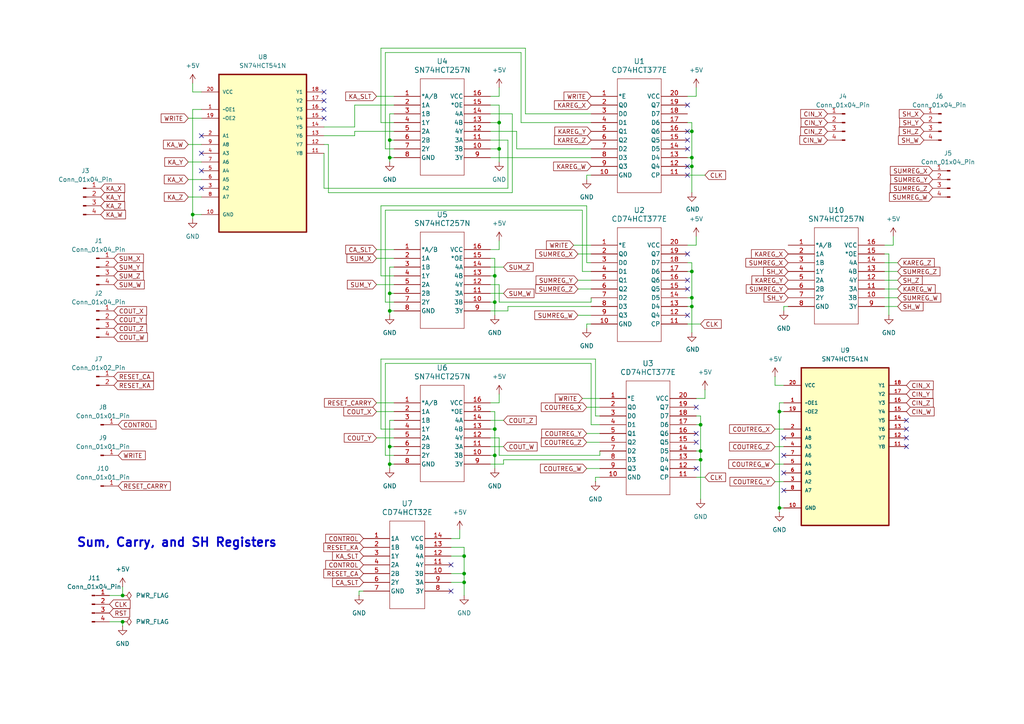
<source format=kicad_sch>
(kicad_sch (version 20231120) (generator "eeschema") (generator_version "8.0")
  (paper "A4")
  (lib_symbols
    (symbol "0_registers:CD74HCT32E" (pin_names (offset 0.254))
      (property "Reference" "U" (at 27.94 10.16 0))
      (property "Value" "CD74HCT32E" (at 27.94 7.62 0))
      (symbol "CD74HCT32E_0_1"
        (polyline (pts (xy 21.59 -20.32) (xy 31.75 -20.32)) (stroke (width 0.127)))
        (polyline (pts (xy 21.59 5.08) (xy 21.59 -20.32)) (stroke (width 0.127)))
        (polyline (pts (xy 31.75 -20.32) (xy 31.75 5.08)) (stroke (width 0.127)))
        (polyline (pts (xy 31.75 5.08) (xy 21.59 5.08)) (stroke (width 0.127)))
        (pin input line (at 13.97 0 0) (length 7.62) (name "1A") (number "1"))
        (pin input line (at 39.37 -10.16 180) (length 7.62) (name "3B") (number "10"))
        (pin output line (at 39.37 -7.62 180) (length 7.62) (name "4Y") (number "11"))
        (pin input line (at 39.37 -5.08 180) (length 7.62) (name "4A") (number "12"))
        (pin input line (at 39.37 -2.54 180) (length 7.62) (name "4B") (number "13"))
        (pin power_in line (at 39.37 0 180) (length 7.62) (name "VCC") (number "14"))
        (pin input line (at 13.97 -2.54 0) (length 7.62) (name "1B") (number "2"))
        (pin output line (at 13.97 -5.08 0) (length 7.62) (name "1Y") (number "3"))
        (pin input line (at 13.97 -7.62 0) (length 7.62) (name "2A") (number "4"))
        (pin input line (at 13.97 -10.16 0) (length 7.62) (name "2B") (number "5"))
        (pin output line (at 13.97 -12.7 0) (length 7.62) (name "2Y") (number "6"))
        (pin power_in line (at 13.97 -15.24 0) (length 7.62) (name "GND") (number "7"))
        (pin output line (at 39.37 -15.24 180) (length 7.62) (name "3Y") (number "8"))
        (pin input line (at 39.37 -12.7 180) (length 7.62) (name "3A") (number "9"))
      )
    )
    (symbol "0_registers:CD74HCT377E" (pin_names (offset 0.254))
      (property "Reference" "U" (at 27.94 10.16 0))
      (property "Value" "CD74HCT377E" (at 27.94 7.62 0))
      (symbol "CD74HCT377E_0_1"
        (polyline (pts (xy 20.32 -27.94) (xy 33.02 -27.94)) (stroke (width 0.127)))
        (polyline (pts (xy 20.32 5.08) (xy 20.32 -27.94)) (stroke (width 0.127)))
        (polyline (pts (xy 33.02 -27.94) (xy 33.02 5.08)) (stroke (width 0.127)))
        (polyline (pts (xy 33.02 5.08) (xy 20.32 5.08)) (stroke (width 0.127)))
        (pin input line (at 12.7 0 0) (length 7.62) (name "*E") (number "1"))
        (pin power_in line (at 12.7 -22.86 0) (length 7.62) (name "GND") (number "10"))
        (pin input line (at 40.64 -22.86 180) (length 7.62) (name "CP") (number "11"))
        (pin output line (at 40.64 -20.32 180) (length 7.62) (name "Q4") (number "12"))
        (pin input line (at 40.64 -17.78 180) (length 7.62) (name "D4") (number "13"))
        (pin input line (at 40.64 -15.24 180) (length 7.62) (name "D5") (number "14"))
        (pin output line (at 40.64 -12.7 180) (length 7.62) (name "Q5") (number "15"))
        (pin output line (at 40.64 -10.16 180) (length 7.62) (name "Q6") (number "16"))
        (pin input line (at 40.64 -7.62 180) (length 7.62) (name "D6") (number "17"))
        (pin input line (at 40.64 -5.08 180) (length 7.62) (name "D7") (number "18"))
        (pin output line (at 40.64 -2.54 180) (length 7.62) (name "Q7") (number "19"))
        (pin output line (at 12.7 -2.54 0) (length 7.62) (name "Q0") (number "2"))
        (pin power_in line (at 40.64 0 180) (length 7.62) (name "VCC") (number "20"))
        (pin input line (at 12.7 -5.08 0) (length 7.62) (name "D0") (number "3"))
        (pin input line (at 12.7 -7.62 0) (length 7.62) (name "D1") (number "4"))
        (pin output line (at 12.7 -10.16 0) (length 7.62) (name "Q1") (number "5"))
        (pin output line (at 12.7 -12.7 0) (length 7.62) (name "Q2") (number "6"))
        (pin input line (at 12.7 -15.24 0) (length 7.62) (name "D2") (number "7"))
        (pin input line (at 12.7 -17.78 0) (length 7.62) (name "D3") (number "8"))
        (pin output line (at 12.7 -20.32 0) (length 7.62) (name "Q3") (number "9"))
      )
    )
    (symbol "0_registers:SN74HCT257N" (pin_names (offset 0.254))
      (property "Reference" "U" (at 27.94 10.16 0))
      (property "Value" "SN74HCT257N" (at 27.94 7.62 0))
      (symbol "SN74HCT257N_0_1"
        (polyline (pts (xy 20.32 -22.86) (xy 33.02 -22.86)) (stroke (width 0.127)))
        (polyline (pts (xy 20.32 5.08) (xy 20.32 -22.86)) (stroke (width 0.127)))
        (polyline (pts (xy 33.02 -22.86) (xy 33.02 5.08)) (stroke (width 0.127)))
        (polyline (pts (xy 33.02 5.08) (xy 20.32 5.08)) (stroke (width 0.127)))
        (pin input line (at 12.7 0 0) (length 7.62) (name "*A/B") (number "1"))
        (pin input line (at 40.64 -15.24 180) (length 7.62) (name "3B") (number "10"))
        (pin input line (at 40.64 -12.7 180) (length 7.62) (name "3A") (number "11"))
        (pin output line (at 40.64 -10.16 180) (length 7.62) (name "4Y") (number "12"))
        (pin input line (at 40.64 -7.62 180) (length 7.62) (name "4B") (number "13"))
        (pin input line (at 40.64 -5.08 180) (length 7.62) (name "4A") (number "14"))
        (pin input line (at 40.64 -2.54 180) (length 7.62) (name "*OE") (number "15"))
        (pin power_in line (at 40.64 0 180) (length 7.62) (name "VCC") (number "16"))
        (pin input line (at 12.7 -2.54 0) (length 7.62) (name "1A") (number "2"))
        (pin input line (at 12.7 -5.08 0) (length 7.62) (name "1B") (number "3"))
        (pin output line (at 12.7 -7.62 0) (length 7.62) (name "1Y") (number "4"))
        (pin input line (at 12.7 -10.16 0) (length 7.62) (name "2A") (number "5"))
        (pin input line (at 12.7 -12.7 0) (length 7.62) (name "2B") (number "6"))
        (pin output line (at 12.7 -15.24 0) (length 7.62) (name "2Y") (number "7"))
        (pin power_in line (at 12.7 -17.78 0) (length 7.62) (name "GND") (number "8"))
        (pin output line (at 40.64 -17.78 180) (length 7.62) (name "3Y") (number "9"))
      )
    )
    (symbol "0_registers:SN74HCT541N" (pin_names (offset 1.016))
      (property "Reference" "U" (at -4.9784 22.5044 0))
      (property "Value" "SN74HCT541N" (at -5.8166 -28.0924 0))
      (symbol "SN74HCT541N_0_0"
        (rectangle (start -12.7 -25.4) (end 12.7 20.32) (stroke (width 0.4064)) (fill (type background)))
        (pin input line (at -17.78 10.16 0) (length 5.08) (name "~OE1") (number "1"))
        (pin passive line (at -17.78 -20.32 0) (length 5.08) (name "GND") (number "10"))
        (pin output line (at 17.78 -2.54 180) (length 5.08) (name "Y8") (number "11"))
        (pin output line (at 17.78 0 180) (length 5.08) (name "Y7") (number "12"))
        (pin output line (at 17.78 2.54 180) (length 5.08) (name "Y6") (number "13"))
        (pin output line (at 17.78 5.08 180) (length 5.08) (name "Y5") (number "14"))
        (pin output line (at 17.78 7.62 180) (length 5.08) (name "Y4") (number "15"))
        (pin output line (at 17.78 10.16 180) (length 5.08) (name "Y3") (number "16"))
        (pin output line (at 17.78 12.7 180) (length 5.08) (name "Y2") (number "17"))
        (pin output line (at 17.78 15.24 180) (length 5.08) (name "Y1") (number "18"))
        (pin input line (at -17.78 7.62 0) (length 5.08) (name "~OE2") (number "19"))
        (pin input line (at -17.78 2.54 0) (length 5.08) (name "A1") (number "2"))
        (pin power_in line (at -17.78 15.24 0) (length 5.08) (name "VCC") (number "20"))
        (pin input line (at -17.78 -12.7 0) (length 5.08) (name "A2") (number "3"))
        (pin input line (at -17.78 -2.54 0) (length 5.08) (name "A3") (number "4"))
        (pin input line (at -17.78 -7.62 0) (length 5.08) (name "A4") (number "5"))
        (pin input line (at -17.78 -10.16 0) (length 5.08) (name "A5") (number "6"))
        (pin input line (at -17.78 -5.08 0) (length 5.08) (name "A6") (number "7"))
        (pin input line (at -17.78 -15.24 0) (length 5.08) (name "A7") (number "8"))
        (pin input line (at -17.78 0 0) (length 5.08) (name "A8") (number "9"))
      )
    )
    (symbol "Connector:Conn_01x01_Pin" (pin_names (offset 1.016) hide)
      (property "Reference" "J" (at 0 2.54 0))
      (property "Value" "Conn_01x01_Pin" (at 0 -2.54 0))
      (symbol "Conn_01x01_Pin_1_1"
        (polyline (pts (xy 1.27 0) (xy 0.8636 0)) (stroke (width 0.1524)))
        (rectangle (start 0.8636 0.127) (end 0 -0.127) (stroke (width 0.1524)) (fill (type outline)))
        (pin passive line (at 5.08 0 180) (length 3.81) (name "Pin_1") (number "1"))
      )
    )
    (symbol "Connector:Conn_01x02_Pin" (pin_names (offset 1.016) hide)
      (property "Reference" "J" (at 0 2.54 0))
      (property "Value" "Conn_01x02_Pin" (at 0 -5.08 0))
      (symbol "Conn_01x02_Pin_1_1"
        (polyline (pts (xy 1.27 -2.54) (xy 0.8636 -2.54)) (stroke (width 0.1524)))
        (polyline (pts (xy 1.27 0) (xy 0.8636 0)) (stroke (width 0.1524)))
        (rectangle (start 0.8636 -2.413) (end 0 -2.667) (stroke (width 0.1524)) (fill (type outline)))
        (rectangle (start 0.8636 0.127) (end 0 -0.127) (stroke (width 0.1524)) (fill (type outline)))
        (pin passive line (at 5.08 0 180) (length 3.81) (name "Pin_1") (number "1"))
        (pin passive line (at 5.08 -2.54 180) (length 3.81) (name "Pin_2") (number "2"))
      )
    )
    (symbol "Connector:Conn_01x04_Pin" (pin_names (offset 1.016) hide)
      (property "Reference" "J" (at 0 5.08 0))
      (property "Value" "Conn_01x04_Pin" (at 0 -7.62 0))
      (symbol "Conn_01x04_Pin_1_1"
        (polyline (pts (xy 1.27 -5.08) (xy 0.8636 -5.08)) (stroke (width 0.1524)))
        (polyline (pts (xy 1.27 -2.54) (xy 0.8636 -2.54)) (stroke (width 0.1524)))
        (polyline (pts (xy 1.27 0) (xy 0.8636 0)) (stroke (width 0.1524)))
        (polyline (pts (xy 1.27 2.54) (xy 0.8636 2.54)) (stroke (width 0.1524)))
        (rectangle (start 0.8636 -4.953) (end 0 -5.207) (stroke (width 0.1524)) (fill (type outline)))
        (rectangle (start 0.8636 -2.413) (end 0 -2.667) (stroke (width 0.1524)) (fill (type outline)))
        (rectangle (start 0.8636 0.127) (end 0 -0.127) (stroke (width 0.1524)) (fill (type outline)))
        (rectangle (start 0.8636 2.667) (end 0 2.413) (stroke (width 0.1524)) (fill (type outline)))
        (pin passive line (at 5.08 2.54 180) (length 3.81) (name "Pin_1") (number "1"))
        (pin passive line (at 5.08 0 180) (length 3.81) (name "Pin_2") (number "2"))
        (pin passive line (at 5.08 -2.54 180) (length 3.81) (name "Pin_3") (number "3"))
        (pin passive line (at 5.08 -5.08 180) (length 3.81) (name "Pin_4") (number "4"))
      )
    )
    (symbol "power:+5V" (power) (pin_numbers hide) (pin_names (offset 0) hide)
      (property "Value" "+5V" (at 0 3.556 0))
      (symbol "+5V_0_1"
        (polyline (pts (xy -0.762 1.27) (xy 0 2.54)))
        (polyline (pts (xy 0 0) (xy 0 2.54)))
        (polyline (pts (xy 0 2.54) (xy 0.762 1.27)))
      )
      (symbol "+5V_1_1"
        (pin power_in line (at 0 0 90) (length 0) (name "~") (number "1"))
      )
    )
    (symbol "power:GND" (power) (pin_numbers hide) (pin_names (offset 0) hide)
      (property "Value" "GND" (at 0 -3.81 0))
      (symbol "GND_0_1"
        (polyline (pts (xy 0 0) (xy 0 -1.27) (xy 1.27 -1.27) (xy 0 -2.54) (xy -1.27 -1.27) (xy 0 -1.27)))
      )
      (symbol "GND_1_1"
        (pin power_in line (at 0 0 270) (length 0) (name "~") (number "1"))
      )
    )
    (symbol "power:PWR_FLAG" (power) (pin_numbers hide) (pin_names (offset 0) hide)
      (property "Value" "PWR_FLAG" (at 0 3.81 0))
      (symbol "PWR_FLAG_0_0"
        (pin power_out line (at 0 0 90) (length 0) (name "~") (number "1"))
      )
      (symbol "PWR_FLAG_0_1"
        (polyline (pts (xy 0 0) (xy 0 1.27) (xy -1.016 1.905) (xy 0 2.54) (xy 1.016 1.905) (xy 0 1.27)))
      )
    )
  )
  (junction (at 113.03 90.17))
  (junction (at 143.51 124.46))
  (junction (at 203.2 123.19))
  (junction (at 113.03 40.64))
  (junction (at 35.56 180.34))
  (junction (at 200.66 38.1))
  (junction (at 143.51 87.63))
  (junction (at 134.62 168.91))
  (junction (at 134.62 161.29))
  (junction (at 113.03 129.54))
  (junction (at 144.78 35.56))
  (junction (at 203.2 130.81))
  (junction (at 35.56 172.72))
  (junction (at 203.2 133.35))
  (junction (at 200.66 86.36))
  (junction (at 113.03 85.09))
  (junction (at 200.66 88.9))
  (junction (at 143.51 80.01))
  (junction (at 200.66 48.26))
  (junction (at 55.88 62.23))
  (junction (at 113.03 45.72))
  (junction (at 113.03 134.62))
  (junction (at 200.66 78.74))
  (junction (at 200.66 45.72))
  (junction (at 226.06 119.38))
  (junction (at 226.06 147.32))
  (junction (at 143.51 132.08))
  (junction (at 134.62 166.37))
  (junction (at 144.78 43.18))
  (no_connect (at 58.42 44.45))
  (no_connect (at 199.39 73.66))
  (no_connect (at 262.89 121.92))
  (no_connect (at 199.39 48.26))
  (no_connect (at 199.39 81.28))
  (no_connect (at 93.98 29.21))
  (no_connect (at 130.81 163.83))
  (no_connect (at 199.39 83.82))
  (no_connect (at 199.39 91.44))
  (no_connect (at 262.89 124.46))
  (no_connect (at 130.81 171.45))
  (no_connect (at 201.93 118.11))
  (no_connect (at 227.33 132.08))
  (no_connect (at 227.33 142.24))
  (no_connect (at 93.98 31.75))
  (no_connect (at 58.42 54.61))
  (no_connect (at 201.93 135.89))
  (no_connect (at 201.93 128.27))
  (no_connect (at 201.93 125.73))
  (no_connect (at 93.98 34.29))
  (no_connect (at 199.39 50.8))
  (no_connect (at 93.98 26.67))
  (no_connect (at 262.89 127))
  (no_connect (at 227.33 137.16))
  (no_connect (at 199.39 30.48))
  (no_connect (at 227.33 127))
  (no_connect (at 199.39 43.18))
  (no_connect (at 262.89 129.54))
  (no_connect (at 199.39 40.64))
  (no_connect (at 58.42 49.53))
  (no_connect (at 199.39 38.1))
  (no_connect (at 58.42 39.37))
  (wire (pts (xy 226.06 147.32) (xy 226.06 148.59)))
  (wire (pts (xy 93.98 41.91) (xy 95.25 41.91)))
  (wire (pts (xy 111.76 87.63) (xy 111.76 60.96)))
  (wire (pts (xy 172.72 138.43) (xy 173.99 138.43)))
  (wire (pts (xy 146.05 133.35) (xy 173.99 133.35)))
  (wire (pts (xy 143.51 80.01) (xy 143.51 87.63)))
  (wire (pts (xy 142.24 72.39) (xy 144.78 72.39)))
  (wire (pts (xy 114.3 87.63) (xy 111.76 87.63)))
  (wire (pts (xy 227.33 111.76) (xy 224.79 111.76)))
  (wire (pts (xy 54.61 34.29) (xy 58.42 34.29)))
  (wire (pts (xy 227.33 116.84) (xy 226.06 116.84)))
  (wire (pts (xy 111.76 60.96) (xy 168.91 60.96)))
  (wire (pts (xy 144.78 27.94) (xy 144.78 25.4)))
  (wire (pts (xy 199.39 35.56) (xy 200.66 35.56)))
  (wire (pts (xy 113.03 45.72) (xy 114.3 45.72)))
  (wire (pts (xy 109.22 82.55) (xy 114.3 82.55)))
  (wire (pts (xy 113.03 85.09) (xy 113.03 90.17)))
  (wire (pts (xy 199.39 76.2) (xy 200.66 76.2)))
  (wire (pts (xy 35.56 170.18) (xy 35.56 172.72)))
  (wire (pts (xy 199.39 48.26) (xy 200.66 48.26)))
  (wire (pts (xy 199.39 88.9) (xy 200.66 88.9)))
  (wire (pts (xy 130.81 158.75) (xy 134.62 158.75)))
  (wire (pts (xy 143.51 119.38) (xy 143.51 124.46)))
  (wire (pts (xy 260.35 81.28) (xy 256.54 81.28)))
  (wire (pts (xy 102.87 36.83) (xy 102.87 30.48)))
  (wire (pts (xy 114.3 43.18) (xy 111.76 43.18)))
  (wire (pts (xy 224.79 111.76) (xy 224.79 109.22)))
  (wire (pts (xy 257.81 73.66) (xy 256.54 73.66)))
  (wire (pts (xy 134.62 168.91) (xy 134.62 172.72)))
  (wire (pts (xy 113.03 135.89) (xy 113.03 134.62)))
  (wire (pts (xy 142.24 80.01) (xy 143.51 80.01)))
  (wire (pts (xy 109.22 27.94) (xy 114.3 27.94)))
  (wire (pts (xy 144.78 82.55) (xy 144.78 87.63)))
  (wire (pts (xy 109.22 119.38) (xy 114.3 119.38)))
  (wire (pts (xy 200.66 78.74) (xy 200.66 86.36)))
  (wire (pts (xy 168.91 78.74) (xy 171.45 78.74)))
  (wire (pts (xy 204.47 50.8) (xy 199.39 50.8)))
  (wire (pts (xy 256.54 71.12) (xy 259.08 71.12)))
  (wire (pts (xy 110.49 104.14) (xy 172.72 104.14)))
  (wire (pts (xy 147.32 88.9) (xy 171.45 88.9)))
  (wire (pts (xy 146.05 134.62) (xy 146.05 133.35)))
  (wire (pts (xy 200.66 45.72) (xy 200.66 48.26)))
  (wire (pts (xy 114.3 33.02) (xy 113.03 33.02)))
  (wire (pts (xy 114.3 124.46) (xy 110.49 124.46)))
  (wire (pts (xy 142.24 119.38) (xy 143.51 119.38)))
  (wire (pts (xy 142.24 82.55) (xy 144.78 82.55)))
  (wire (pts (xy 201.93 130.81) (xy 203.2 130.81)))
  (wire (pts (xy 167.64 83.82) (xy 171.45 83.82)))
  (wire (pts (xy 144.78 43.18) (xy 144.78 46.99)))
  (wire (pts (xy 110.49 13.97) (xy 152.4 13.97)))
  (wire (pts (xy 199.39 71.12) (xy 201.93 71.12)))
  (wire (pts (xy 200.66 88.9) (xy 200.66 96.52)))
  (wire (pts (xy 110.49 35.56) (xy 110.49 13.97)))
  (wire (pts (xy 130.81 161.29) (xy 134.62 161.29)))
  (wire (pts (xy 143.51 132.08) (xy 143.51 135.89)))
  (wire (pts (xy 168.91 60.96) (xy 168.91 78.74)))
  (wire (pts (xy 143.51 74.93) (xy 143.51 80.01)))
  (wire (pts (xy 171.45 87.63) (xy 171.45 86.36)))
  (wire (pts (xy 203.2 133.35) (xy 203.2 144.78)))
  (wire (pts (xy 201.93 115.57) (xy 204.47 115.57)))
  (wire (pts (xy 144.78 116.84) (xy 144.78 114.3)))
  (wire (pts (xy 171.45 105.41) (xy 171.45 123.19)))
  (wire (pts (xy 201.93 71.12) (xy 201.93 68.58)))
  (wire (pts (xy 168.91 115.57) (xy 173.99 115.57)))
  (wire (pts (xy 31.75 180.34) (xy 35.56 180.34)))
  (wire (pts (xy 142.24 43.18) (xy 144.78 43.18)))
  (wire (pts (xy 260.35 88.9) (xy 256.54 88.9)))
  (wire (pts (xy 227.33 88.9) (xy 228.6 88.9)))
  (wire (pts (xy 170.18 125.73) (xy 173.99 125.73)))
  (wire (pts (xy 111.76 43.18) (xy 111.76 15.24)))
  (wire (pts (xy 110.49 124.46) (xy 110.49 104.14)))
  (wire (pts (xy 54.61 41.91) (xy 58.42 41.91)))
  (wire (pts (xy 170.18 93.98) (xy 171.45 93.98)))
  (wire (pts (xy 147.32 54.61) (xy 147.32 40.64)))
  (wire (pts (xy 54.61 57.15) (xy 58.42 57.15)))
  (wire (pts (xy 199.39 45.72) (xy 200.66 45.72)))
  (wire (pts (xy 110.49 80.01) (xy 110.49 59.69)))
  (wire (pts (xy 142.24 127) (xy 144.78 127)))
  (wire (pts (xy 93.98 44.45) (xy 93.98 54.61)))
  (wire (pts (xy 170.18 50.8) (xy 171.45 50.8)))
  (wire (pts (xy 142.24 116.84) (xy 144.78 116.84)))
  (wire (pts (xy 224.79 129.54) (xy 227.33 129.54)))
  (wire (pts (xy 142.24 30.48) (xy 144.78 30.48)))
  (wire (pts (xy 109.22 72.39) (xy 114.3 72.39)))
  (wire (pts (xy 113.03 91.44) (xy 113.03 90.17)))
  (wire (pts (xy 93.98 54.61) (xy 147.32 54.61)))
  (wire (pts (xy 102.87 38.1) (xy 102.87 39.37)))
  (wire (pts (xy 95.25 41.91) (xy 95.25 55.88)))
  (wire (pts (xy 130.81 156.21) (xy 133.35 156.21)))
  (wire (pts (xy 111.76 15.24) (xy 151.13 15.24)))
  (wire (pts (xy 142.24 124.46) (xy 143.51 124.46)))
  (wire (pts (xy 167.64 73.66) (xy 171.45 73.66)))
  (wire (pts (xy 173.99 132.08) (xy 173.99 130.81)))
  (wire (pts (xy 109.22 116.84) (xy 114.3 116.84)))
  (wire (pts (xy 170.18 59.69) (xy 170.18 76.2)))
  (wire (pts (xy 144.78 127) (xy 144.78 132.08)))
  (wire (pts (xy 167.64 81.28) (xy 171.45 81.28)))
  (wire (pts (xy 142.24 45.72) (xy 171.45 45.72)))
  (wire (pts (xy 113.03 121.92) (xy 113.03 129.54)))
  (wire (pts (xy 102.87 38.1) (xy 114.3 38.1)))
  (wire (pts (xy 113.03 40.64) (xy 113.03 45.72)))
  (wire (pts (xy 224.79 124.46) (xy 227.33 124.46)))
  (wire (pts (xy 146.05 85.09) (xy 142.24 85.09)))
  (wire (pts (xy 133.35 156.21) (xy 133.35 153.67)))
  (wire (pts (xy 55.88 26.67) (xy 55.88 24.13)))
  (wire (pts (xy 102.87 39.37) (xy 93.98 39.37)))
  (wire (pts (xy 152.4 13.97) (xy 152.4 33.02)))
  (wire (pts (xy 151.13 15.24) (xy 151.13 35.56)))
  (wire (pts (xy 143.51 124.46) (xy 143.51 132.08)))
  (wire (pts (xy 31.75 172.72) (xy 35.56 172.72)))
  (wire (pts (xy 203.2 120.65) (xy 203.2 123.19)))
  (wire (pts (xy 224.79 134.62) (xy 227.33 134.62)))
  (wire (pts (xy 109.22 127) (xy 114.3 127)))
  (wire (pts (xy 226.06 116.84) (xy 226.06 119.38)))
  (wire (pts (xy 130.81 166.37) (xy 134.62 166.37)))
  (wire (pts (xy 113.03 46.99) (xy 113.03 45.72)))
  (wire (pts (xy 147.32 90.17) (xy 147.32 88.9)))
  (wire (pts (xy 95.25 55.88) (xy 148.59 55.88)))
  (wire (pts (xy 200.66 35.56) (xy 200.66 38.1)))
  (wire (pts (xy 93.98 36.83) (xy 102.87 36.83)))
  (wire (pts (xy 142.24 27.94) (xy 144.78 27.94)))
  (wire (pts (xy 114.3 40.64) (xy 113.03 40.64)))
  (wire (pts (xy 104.14 171.45) (xy 105.41 171.45)))
  (wire (pts (xy 201.93 27.94) (xy 201.93 25.4)))
  (wire (pts (xy 199.39 86.36) (xy 200.66 86.36)))
  (wire (pts (xy 146.05 77.47) (xy 142.24 77.47)))
  (wire (pts (xy 170.18 118.11) (xy 173.99 118.11)))
  (wire (pts (xy 102.87 30.48) (xy 114.3 30.48)))
  (wire (pts (xy 114.3 35.56) (xy 110.49 35.56)))
  (wire (pts (xy 142.24 38.1) (xy 149.86 38.1)))
  (wire (pts (xy 55.88 31.75) (xy 55.88 62.23)))
  (wire (pts (xy 144.78 132.08) (xy 173.99 132.08)))
  (wire (pts (xy 146.05 129.54) (xy 142.24 129.54)))
  (wire (pts (xy 199.39 78.74) (xy 200.66 78.74)))
  (wire (pts (xy 144.78 35.56) (xy 144.78 43.18)))
  (wire (pts (xy 257.81 91.44) (xy 257.81 73.66)))
  (wire (pts (xy 259.08 71.12) (xy 259.08 68.58)))
  (wire (pts (xy 144.78 30.48) (xy 144.78 35.56)))
  (wire (pts (xy 134.62 161.29) (xy 134.62 166.37)))
  (wire (pts (xy 260.35 86.36) (xy 256.54 86.36)))
  (wire (pts (xy 199.39 27.94) (xy 201.93 27.94)))
  (wire (pts (xy 142.24 134.62) (xy 146.05 134.62)))
  (wire (pts (xy 227.33 88.9) (xy 227.33 90.17)))
  (wire (pts (xy 171.45 123.19) (xy 173.99 123.19)))
  (wire (pts (xy 200.66 86.36) (xy 200.66 88.9)))
  (wire (pts (xy 260.35 83.82) (xy 256.54 83.82)))
  (wire (pts (xy 203.2 130.81) (xy 203.2 133.35)))
  (wire (pts (xy 142.24 74.93) (xy 143.51 74.93)))
  (wire (pts (xy 166.37 71.12) (xy 171.45 71.12)))
  (wire (pts (xy 149.86 43.18) (xy 171.45 43.18)))
  (wire (pts (xy 172.72 104.14) (xy 172.72 120.65)))
  (wire (pts (xy 203.2 123.19) (xy 203.2 130.81)))
  (wire (pts (xy 114.3 85.09) (xy 113.03 85.09)))
  (wire (pts (xy 111.76 105.41) (xy 171.45 105.41)))
  (wire (pts (xy 113.03 90.17) (xy 114.3 90.17)))
  (wire (pts (xy 260.35 78.74) (xy 256.54 78.74)))
  (wire (pts (xy 143.51 87.63) (xy 143.51 91.44)))
  (wire (pts (xy 170.18 128.27) (xy 173.99 128.27)))
  (wire (pts (xy 54.61 52.07) (xy 58.42 52.07)))
  (wire (pts (xy 224.79 139.7) (xy 227.33 139.7)))
  (wire (pts (xy 55.88 62.23) (xy 58.42 62.23)))
  (wire (pts (xy 134.62 158.75) (xy 134.62 161.29)))
  (wire (pts (xy 148.59 33.02) (xy 142.24 33.02)))
  (wire (pts (xy 113.03 129.54) (xy 114.3 129.54)))
  (wire (pts (xy 55.88 62.23) (xy 55.88 63.5)))
  (wire (pts (xy 172.72 120.65) (xy 173.99 120.65)))
  (wire (pts (xy 54.61 46.99) (xy 58.42 46.99)))
  (wire (pts (xy 144.78 72.39) (xy 144.78 69.85)))
  (wire (pts (xy 226.06 119.38) (xy 227.33 119.38)))
  (wire (pts (xy 113.03 33.02) (xy 113.03 40.64)))
  (wire (pts (xy 203.2 93.98) (xy 199.39 93.98)))
  (wire (pts (xy 58.42 26.67) (xy 55.88 26.67)))
  (wire (pts (xy 114.3 121.92) (xy 113.03 121.92)))
  (wire (pts (xy 110.49 59.69) (xy 170.18 59.69)))
  (wire (pts (xy 204.47 115.57) (xy 204.47 113.03)))
  (wire (pts (xy 201.93 120.65) (xy 203.2 120.65)))
  (wire (pts (xy 147.32 40.64) (xy 142.24 40.64)))
  (wire (pts (xy 226.06 147.32) (xy 227.33 147.32)))
  (wire (pts (xy 260.35 76.2) (xy 256.54 76.2)))
  (wire (pts (xy 114.3 80.01) (xy 110.49 80.01)))
  (wire (pts (xy 170.18 76.2) (xy 171.45 76.2)))
  (wire (pts (xy 58.42 31.75) (xy 55.88 31.75)))
  (wire (pts (xy 109.22 74.93) (xy 114.3 74.93)))
  (wire (pts (xy 170.18 50.8) (xy 170.18 52.07)))
  (wire (pts (xy 170.18 93.98) (xy 170.18 95.25)))
  (wire (pts (xy 146.05 121.92) (xy 142.24 121.92)))
  (wire (pts (xy 130.81 168.91) (xy 134.62 168.91)))
  (wire (pts (xy 114.3 132.08) (xy 111.76 132.08)))
  (wire (pts (xy 199.39 38.1) (xy 200.66 38.1)))
  (wire (pts (xy 152.4 33.02) (xy 171.45 33.02)))
  (wire (pts (xy 104.14 171.45) (xy 104.14 172.72)))
  (wire (pts (xy 142.24 132.08) (xy 143.51 132.08)))
  (wire (pts (xy 172.72 138.43) (xy 172.72 139.7)))
  (wire (pts (xy 144.78 87.63) (xy 171.45 87.63)))
  (wire (pts (xy 142.24 90.17) (xy 147.32 90.17)))
  (wire (pts (xy 142.24 87.63) (xy 143.51 87.63)))
  (wire (pts (xy 170.18 135.89) (xy 173.99 135.89)))
  (wire (pts (xy 201.93 133.35) (xy 203.2 133.35)))
  (wire (pts (xy 151.13 35.56) (xy 171.45 35.56)))
  (wire (pts (xy 204.47 138.43) (xy 201.93 138.43)))
  (wire (pts (xy 113.03 77.47) (xy 113.03 85.09)))
  (wire (pts (xy 134.62 166.37) (xy 134.62 168.91)))
  (wire (pts (xy 149.86 38.1) (xy 149.86 43.18)))
  (wire (pts (xy 200.66 48.26) (xy 200.66 55.88)))
  (wire (pts (xy 167.64 91.44) (xy 171.45 91.44)))
  (wire (pts (xy 114.3 77.47) (xy 113.03 77.47)))
  (wire (pts (xy 148.59 55.88) (xy 148.59 33.02)))
  (wire (pts (xy 200.66 38.1) (xy 200.66 45.72)))
  (wire (pts (xy 111.76 132.08) (xy 111.76 105.41)))
  (wire (pts (xy 35.56 181.61) (xy 35.56 180.34)))
  (wire (pts (xy 201.93 123.19) (xy 203.2 123.19)))
  (wire (pts (xy 226.06 119.38) (xy 226.06 147.32)))
  (wire (pts (xy 200.66 76.2) (xy 200.66 78.74)))
  (wire (pts (xy 142.24 35.56) (xy 144.78 35.56)))
  (wire (pts (xy 114.3 134.62) (xy 113.03 134.62)))
  (wire (pts (xy 113.03 129.54) (xy 113.03 134.62)))
  (text "Sum, Carry, and SH Registers" (at 51.308 157.48 0) (effects (font (size 2.54 2.54) (thickness 0.508) (bold yes))))
  (global_label "RESET_CA" (shape input) (at 105.41 166.37 180) (property "Intersheetrefs" "${INTERSHEET_REFS}" (effects (hide yes))))
  (global_label "SUM_X" (shape input) (at 109.22 74.93 180) (property "Intersheetrefs" "${INTERSHEET_REFS}" (effects (hide yes))))
  (global_label "SH_X" (shape input) (at 267.97 33.02 180) (property "Intersheetrefs" "${INTERSHEET_REFS}" (effects (hide yes))))
  (global_label "SUMREG_Z" (shape input) (at 260.35 78.74 0) (property "Intersheetrefs" "${INTERSHEET_REFS}" (effects (hide yes))))
  (global_label "SH_W" (shape input) (at 267.97 40.64 180) (property "Intersheetrefs" "${INTERSHEET_REFS}" (effects (hide yes))))
  (global_label "CLK" (shape input) (at 204.47 50.8 0) (property "Intersheetrefs" "${INTERSHEET_REFS}" (effects (hide yes))))
  (global_label "SH_X" (shape input) (at 228.6 78.74 180) (property "Intersheetrefs" "${INTERSHEET_REFS}" (effects (hide yes))))
  (global_label "CIN_Y" (shape input) (at 240.03 35.56 180) (property "Intersheetrefs" "${INTERSHEET_REFS}" (effects (hide yes))))
  (global_label "WRITE" (shape input) (at 54.61 34.29 180) (property "Intersheetrefs" "${INTERSHEET_REFS}" (effects (hide yes))))
  (global_label "RESET_CARRY" (shape input) (at 34.29 140.97 0) (property "Intersheetrefs" "${INTERSHEET_REFS}" (effects (hide yes))))
  (global_label "SUM_W" (shape input) (at 146.05 85.09 0) (property "Intersheetrefs" "${INTERSHEET_REFS}" (effects (hide yes))))
  (global_label "CLK" (shape input) (at 203.2 93.98 0) (property "Intersheetrefs" "${INTERSHEET_REFS}" (effects (hide yes))))
  (global_label "KA_W" (shape input) (at 29.21 62.23 0) (property "Intersheetrefs" "${INTERSHEET_REFS}" (effects (hide yes))))
  (global_label "KA_Y" (shape input) (at 29.21 57.15 0) (property "Intersheetrefs" "${INTERSHEET_REFS}" (effects (hide yes))))
  (global_label "RESET_KA" (shape input) (at 105.41 158.75 180) (property "Intersheetrefs" "${INTERSHEET_REFS}" (effects (hide yes))))
  (global_label "WRITE" (shape input) (at 166.37 71.12 180) (property "Intersheetrefs" "${INTERSHEET_REFS}" (effects (hide yes))))
  (global_label "SH_Z" (shape input) (at 267.97 38.1 180) (property "Intersheetrefs" "${INTERSHEET_REFS}" (effects (hide yes))))
  (global_label "WRITE" (shape input) (at 171.45 27.94 180) (property "Intersheetrefs" "${INTERSHEET_REFS}" (effects (hide yes))))
  (global_label "SH_Y" (shape input) (at 228.6 86.36 180) (property "Intersheetrefs" "${INTERSHEET_REFS}" (effects (hide yes))))
  (global_label "SH_W" (shape input) (at 260.35 88.9 0) (property "Intersheetrefs" "${INTERSHEET_REFS}" (effects (hide yes))))
  (global_label "KAREG_X" (shape input) (at 171.45 30.48 180) (property "Intersheetrefs" "${INTERSHEET_REFS}" (effects (hide yes))))
  (global_label "CIN_Z" (shape input) (at 240.03 38.1 180) (property "Intersheetrefs" "${INTERSHEET_REFS}" (effects (hide yes))))
  (global_label "KA_Z" (shape input) (at 54.61 57.15 180) (property "Intersheetrefs" "${INTERSHEET_REFS}" (effects (hide yes))))
  (global_label "KAREG_Z" (shape input) (at 171.45 40.64 180) (property "Intersheetrefs" "${INTERSHEET_REFS}" (effects (hide yes))))
  (global_label "KAREG_W" (shape input) (at 171.45 48.26 180) (property "Intersheetrefs" "${INTERSHEET_REFS}" (effects (hide yes))))
  (global_label "COUT_X" (shape input) (at 109.22 119.38 180) (property "Intersheetrefs" "${INTERSHEET_REFS}" (effects (hide yes))))
  (global_label "COUTREG_X" (shape input) (at 170.18 118.11 180) (property "Intersheetrefs" "${INTERSHEET_REFS}" (effects (hide yes))))
  (global_label "KA_X" (shape input) (at 29.21 54.61 0) (property "Intersheetrefs" "${INTERSHEET_REFS}" (effects (hide yes))))
  (global_label "SUMREG_W" (shape input) (at 270.51 57.15 180) (property "Intersheetrefs" "${INTERSHEET_REFS}" (effects (hide yes))))
  (global_label "SUMREG_Y" (shape input) (at 228.6 83.82 180) (property "Intersheetrefs" "${INTERSHEET_REFS}" (effects (hide yes))))
  (global_label "COUTREG_W" (shape input) (at 224.79 134.62 180) (property "Intersheetrefs" "${INTERSHEET_REFS}" (effects (hide yes))))
  (global_label "COUT_Z" (shape input) (at 146.05 121.92 0) (property "Intersheetrefs" "${INTERSHEET_REFS}" (effects (hide yes))))
  (global_label "WRITE" (shape input) (at 34.29 132.08 0) (property "Intersheetrefs" "${INTERSHEET_REFS}" (effects (hide yes))))
  (global_label "KA_W" (shape input) (at 54.61 41.91 180) (property "Intersheetrefs" "${INTERSHEET_REFS}" (effects (hide yes))))
  (global_label "CIN_X" (shape input) (at 262.89 111.76 0) (property "Intersheetrefs" "${INTERSHEET_REFS}" (effects (hide yes))))
  (global_label "SUMREG_Y" (shape input) (at 270.51 52.07 180) (property "Intersheetrefs" "${INTERSHEET_REFS}" (effects (hide yes))))
  (global_label "SUM_X" (shape input) (at 33.02 74.93 0) (property "Intersheetrefs" "${INTERSHEET_REFS}" (effects (hide yes))))
  (global_label "SUM_W" (shape input) (at 33.02 82.55 0) (property "Intersheetrefs" "${INTERSHEET_REFS}" (effects (hide yes))))
  (global_label "CIN_Y" (shape input) (at 262.89 114.3 0) (property "Intersheetrefs" "${INTERSHEET_REFS}" (effects (hide yes))))
  (global_label "RST" (shape input) (at 31.75 177.8 0) (property "Intersheetrefs" "${INTERSHEET_REFS}" (effects (hide yes))))
  (global_label "CLK" (shape input) (at 204.47 138.43 0) (property "Intersheetrefs" "${INTERSHEET_REFS}" (effects (hide yes))))
  (global_label "SUM_Y" (shape input) (at 109.22 82.55 180) (property "Intersheetrefs" "${INTERSHEET_REFS}" (effects (hide yes))))
  (global_label "CONTROL" (shape input) (at 105.41 163.83 180) (property "Intersheetrefs" "${INTERSHEET_REFS}" (effects (hide yes))))
  (global_label "COUT_W" (shape input) (at 33.02 97.79 0) (property "Intersheetrefs" "${INTERSHEET_REFS}" (effects (hide yes))))
  (global_label "SUMREG_X" (shape input) (at 270.51 49.53 180) (property "Intersheetrefs" "${INTERSHEET_REFS}" (effects (hide yes))))
  (global_label "CIN_X" (shape input) (at 240.03 33.02 180) (property "Intersheetrefs" "${INTERSHEET_REFS}" (effects (hide yes))))
  (global_label "COUT_X" (shape input) (at 33.02 90.17 0) (property "Intersheetrefs" "${INTERSHEET_REFS}" (effects (hide yes))))
  (global_label "SUMREG_X" (shape input) (at 167.64 73.66 180) (property "Intersheetrefs" "${INTERSHEET_REFS}" (effects (hide yes))))
  (global_label "RESET_KA" (shape input) (at 33.02 111.76 0) (property "Intersheetrefs" "${INTERSHEET_REFS}" (effects (hide yes))))
  (global_label "KA_SLT" (shape input) (at 105.41 161.29 180) (property "Intersheetrefs" "${INTERSHEET_REFS}" (effects (hide yes))))
  (global_label "KA_X" (shape input) (at 54.61 52.07 180) (property "Intersheetrefs" "${INTERSHEET_REFS}" (effects (hide yes))))
  (global_label "CIN_W" (shape input) (at 262.89 119.38 0) (property "Intersheetrefs" "${INTERSHEET_REFS}" (effects (hide yes))))
  (global_label "CIN_Z" (shape input) (at 262.89 116.84 0) (property "Intersheetrefs" "${INTERSHEET_REFS}" (effects (hide yes))))
  (global_label "COUT_W" (shape input) (at 146.05 129.54 0) (property "Intersheetrefs" "${INTERSHEET_REFS}" (effects (hide yes))))
  (global_label "KAREG_Y" (shape input) (at 228.6 81.28 180) (property "Intersheetrefs" "${INTERSHEET_REFS}" (effects (hide yes))))
  (global_label "SUMREG_Y" (shape input) (at 167.64 81.28 180) (property "Intersheetrefs" "${INTERSHEET_REFS}" (effects (hide yes))))
  (global_label "KAREG_W" (shape input) (at 260.35 83.82 0) (property "Intersheetrefs" "${INTERSHEET_REFS}" (effects (hide yes))))
  (global_label "COUTREG_Z" (shape input) (at 224.79 129.54 180) (property "Intersheetrefs" "${INTERSHEET_REFS}" (effects (hide yes))))
  (global_label "KA_Z" (shape input) (at 29.21 59.69 0) (property "Intersheetrefs" "${INTERSHEET_REFS}" (effects (hide yes))))
  (global_label "RESET_CA" (shape input) (at 33.02 109.22 0) (property "Intersheetrefs" "${INTERSHEET_REFS}" (effects (hide yes))))
  (global_label "CA_SLT" (shape input) (at 105.41 168.91 180) (property "Intersheetrefs" "${INTERSHEET_REFS}" (effects (hide yes))))
  (global_label "KAREG_Y" (shape input) (at 171.45 38.1 180) (property "Intersheetrefs" "${INTERSHEET_REFS}" (effects (hide yes))))
  (global_label "SH_Z" (shape input) (at 260.35 81.28 0) (property "Intersheetrefs" "${INTERSHEET_REFS}" (effects (hide yes))))
  (global_label "COUT_Z" (shape input) (at 33.02 95.25 0) (property "Intersheetrefs" "${INTERSHEET_REFS}" (effects (hide yes))))
  (global_label "SUMREG_W" (shape input) (at 167.64 91.44 180) (property "Intersheetrefs" "${INTERSHEET_REFS}" (effects (hide yes))))
  (global_label "COUTREG_W" (shape input) (at 170.18 135.89 180) (property "Intersheetrefs" "${INTERSHEET_REFS}" (effects (hide yes))))
  (global_label "KAREG_Z" (shape input) (at 260.35 76.2 0) (property "Intersheetrefs" "${INTERSHEET_REFS}" (effects (hide yes))))
  (global_label "COUTREG_Y" (shape input) (at 224.79 139.7 180) (property "Intersheetrefs" "${INTERSHEET_REFS}" (effects (hide yes))))
  (global_label "COUT_Y" (shape input) (at 33.02 92.71 0) (property "Intersheetrefs" "${INTERSHEET_REFS}" (effects (hide yes))))
  (global_label "KAREG_X" (shape input) (at 228.6 73.66 180) (property "Intersheetrefs" "${INTERSHEET_REFS}" (effects (hide yes))))
  (global_label "WRITE" (shape input) (at 168.91 115.57 180) (property "Intersheetrefs" "${INTERSHEET_REFS}" (effects (hide yes))))
  (global_label "SUM_Z" (shape input) (at 146.05 77.47 0) (property "Intersheetrefs" "${INTERSHEET_REFS}" (effects (hide yes))))
  (global_label "SUMREG_X" (shape input) (at 228.6 76.2 180) (property "Intersheetrefs" "${INTERSHEET_REFS}" (effects (hide yes))))
  (global_label "SUM_Y" (shape input) (at 33.02 77.47 0) (property "Intersheetrefs" "${INTERSHEET_REFS}" (effects (hide yes))))
  (global_label "KA_Y" (shape input) (at 54.61 46.99 180) (property "Intersheetrefs" "${INTERSHEET_REFS}" (effects (hide yes))))
  (global_label "CLK" (shape input) (at 31.75 175.26 0) (property "Intersheetrefs" "${INTERSHEET_REFS}" (effects (hide yes))))
  (global_label "CONTROL" (shape input) (at 34.29 123.19 0) (property "Intersheetrefs" "${INTERSHEET_REFS}" (effects (hide yes))))
  (global_label "SUMREG_Z" (shape input) (at 167.64 83.82 180) (property "Intersheetrefs" "${INTERSHEET_REFS}" (effects (hide yes))))
  (global_label "CA_SLT" (shape input) (at 109.22 72.39 180) (property "Intersheetrefs" "${INTERSHEET_REFS}" (effects (hide yes))))
  (global_label "CIN_W" (shape input) (at 240.03 40.64 180) (property "Intersheetrefs" "${INTERSHEET_REFS}" (effects (hide yes))))
  (global_label "KA_SLT" (shape input) (at 109.22 27.94 180) (property "Intersheetrefs" "${INTERSHEET_REFS}" (effects (hide yes))))
  (global_label "SUMREG_Z" (shape input) (at 270.51 54.61 180) (property "Intersheetrefs" "${INTERSHEET_REFS}" (effects (hide yes))))
  (global_label "SH_Y" (shape input) (at 267.97 35.56 180) (property "Intersheetrefs" "${INTERSHEET_REFS}" (effects (hide yes))))
  (global_label "COUTREG_Z" (shape input) (at 170.18 128.27 180) (property "Intersheetrefs" "${INTERSHEET_REFS}" (effects (hide yes))))
  (global_label "SUMREG_W" (shape input) (at 260.35 86.36 0) (property "Intersheetrefs" "${INTERSHEET_REFS}" (effects (hide yes))))
  (global_label "RESET_CARRY" (shape input) (at 109.22 116.84 180) (property "Intersheetrefs" "${INTERSHEET_REFS}" (effects (hide yes))))
  (global_label "SUM_Z" (shape input) (at 33.02 80.01 0) (property "Intersheetrefs" "${INTERSHEET_REFS}" (effects (hide yes))))
  (global_label "COUTREG_Y" (shape input) (at 170.18 125.73 180) (property "Intersheetrefs" "${INTERSHEET_REFS}" (effects (hide yes))))
  (global_label "COUT_Y" (shape input) (at 109.22 127 180) (property "Intersheetrefs" "${INTERSHEET_REFS}" (effects (hide yes))))
  (global_label "CONTROL" (shape input) (at 105.41 156.21 180) (property "Intersheetrefs" "${INTERSHEET_REFS}" (effects (hide yes))))
  (global_label "COUTREG_X" (shape input) (at 224.79 124.46 180) (property "Intersheetrefs" "${INTERSHEET_REFS}" (effects (hide yes))))
  (symbol (lib_id "power:PWR_FLAG") (at 35.56 172.72 270) (mirror x) (unit 1)
    (property "Reference" "#FLG01" (effects (hide yes)))
    (property "Value" "PWR_FLAG" (at 39.37 172.7199 90) (effects (justify left)))
    (property "Description" "Special symbol for telling ERC where power comes from" (effects (hide yes)))
  )
  (symbol (lib_id "Connector:Conn_01x04_Pin") (at 273.05 35.56 0) (mirror y) (unit 1)
    (property "Reference" "J6" (at 272.415 27.94 0))
    (property "Value" "Conn_01x04_Pin" (at 272.415 30.48 0))
    (property "Description" "Generic connector, single row, 01x04, script generated" (effects (hide yes)))
  )
  (symbol (lib_id "power:+5V") (at 259.08 68.58 0) (unit 1)
    (property "Reference" "#PWR022" (effects (hide yes)))
    (property "Value" "+5V" (at 259.08 63.5 0))
    (property "Description" "Power symbol creates a global label with name \"+5V\"" (effects (hide yes)))
  )
  (symbol (lib_id "power:GND") (at 143.51 135.89 0) (unit 1)
    (property "Reference" "#PWR010" (effects (hide yes)))
    (property "Value" "GND" (at 143.51 140.97 0))
    (property "Description" "Power symbol creates a global label with name \"GND\" , ground" (effects (hide yes)))
  )
  (symbol (lib_id "0_registers:CD74HCT32E") (at 91.44 156.21 0) (unit 1)
    (property "Reference" "U7" (at 118.11 146.05 0) (effects (font (size 1.524 1.524))))
    (property "Value" "CD74HCT32E" (at 118.11 148.59 0) (effects (font (size 1.524 1.524))))
    (property "Footprint" "N14" (effects (hide yes)))
    (property "Datasheet" "CD74HCT32E" (effects (hide yes)))
  )
  (symbol (lib_id "power:GND") (at 143.51 91.44 0) (unit 1)
    (property "Reference" "#PWR04" (effects (hide yes)))
    (property "Value" "GND" (at 143.51 96.52 0))
    (property "Description" "Power symbol creates a global label with name \"GND\" , ground" (effects (hide yes)))
  )
  (symbol (lib_id "power:GND") (at 200.66 55.88 0) (unit 1)
    (property "Reference" "#PWR07" (effects (hide yes)))
    (property "Value" "GND" (at 200.914 60.706 0))
    (property "Description" "Power symbol creates a global label with name \"GND\" , ground" (effects (hide yes)))
  )
  (symbol (lib_id "Connector:Conn_01x04_Pin") (at 27.94 92.71 0) (unit 1)
    (property "Reference" "J2" (at 28.575 85.09 0))
    (property "Value" "Conn_01x04_Pin" (at 28.575 87.63 0))
    (property "Description" "Generic connector, single row, 01x04, script generated" (effects (hide yes)))
  )
  (symbol (lib_id "power:GND") (at 113.03 135.89 0) (unit 1)
    (property "Reference" "#PWR09" (effects (hide yes)))
    (property "Value" "GND" (at 113.03 140.97 0))
    (property "Description" "Power symbol creates a global label with name \"GND\" , ground" (effects (hide yes)))
  )
  (symbol (lib_id "power:GND") (at 170.18 95.25 0) (unit 1)
    (property "Reference" "#PWR05" (effects (hide yes)))
    (property "Value" "GND" (at 170.18 100.33 0))
    (property "Description" "Power symbol creates a global label with name \"GND\" , ground" (effects (hide yes)))
  )
  (symbol (lib_id "power:GND") (at 172.72 139.7 0) (unit 1)
    (property "Reference" "#PWR012" (effects (hide yes)))
    (property "Value" "GND" (at 172.72 144.78 0))
    (property "Description" "Power symbol creates a global label with name \"GND\" , ground" (effects (hide yes)))
  )
  (symbol (lib_id "power:GND") (at 257.81 91.44 0) (unit 1)
    (property "Reference" "#PWR017" (effects (hide yes)))
    (property "Value" "GND" (at 257.81 96.52 0))
    (property "Description" "Power symbol creates a global label with name \"GND\" , ground" (effects (hide yes)))
  )
  (symbol (lib_id "Connector:Conn_01x01_Pin") (at 29.21 123.19 0) (unit 1)
    (property "Reference" "J8" (at 29.845 118.11 0))
    (property "Value" "Conn_01x01_Pin" (at 29.845 120.65 0))
    (property "Description" "Generic connector, single row, 01x01, script generated" (effects (hide yes)))
  )
  (symbol (lib_id "power:+5V") (at 144.78 114.3 0) (unit 1)
    (property "Reference" "#PWR020" (effects (hide yes)))
    (property "Value" "+5V" (at 144.78 109.22 0))
    (property "Description" "Power symbol creates a global label with name \"+5V\"" (effects (hide yes)))
  )
  (symbol (lib_id "0_registers:CD74HCT377E") (at 161.29 115.57 0) (unit 1)
    (property "Reference" "U3" (at 187.96 105.41 0) (effects (font (size 1.524 1.524))))
    (property "Value" "CD74HCT377E" (at 187.96 107.95 0) (effects (font (size 1.524 1.524))))
    (property "Footprint" "N20" (effects (hide yes)))
    (property "Datasheet" "CD74HCT377E" (effects (hide yes)))
  )
  (symbol (lib_id "power:+5V") (at 201.93 25.4 0) (unit 1)
    (property "Reference" "#PWR025" (effects (hide yes)))
    (property "Value" "+5V" (at 201.93 20.32 0))
    (property "Description" "Power symbol creates a global label with name \"+5V\"" (effects (hide yes)))
  )
  (symbol (lib_id "power:GND") (at 226.06 148.59 0) (unit 1)
    (property "Reference" "#PWR014" (effects (hide yes)))
    (property "Value" "GND" (at 226.06 153.67 0))
    (property "Description" "Power symbol creates a global label with name \"GND\" , ground" (effects (hide yes)))
  )
  (symbol (lib_id "Connector:Conn_01x01_Pin") (at 29.21 132.08 0) (unit 1)
    (property "Reference" "J9" (at 29.845 127 0))
    (property "Value" "Conn_01x01_Pin" (at 29.845 129.54 0))
    (property "Description" "Generic connector, single row, 01x01, script generated" (effects (hide yes)))
  )
  (symbol (lib_id "power:+5V") (at 55.88 24.13 0) (mirror y) (unit 1)
    (property "Reference" "#PWR026" (effects (hide yes)))
    (property "Value" "+5V" (at 55.88 19.05 0))
    (property "Description" "Power symbol creates a global label with name \"+5V\"" (effects (hide yes)))
  )
  (symbol (lib_id "power:GND") (at 227.33 90.17 0) (unit 1)
    (property "Reference" "#PWR015" (effects (hide yes)))
    (property "Value" "GND" (at 227.33 95.25 0))
    (property "Description" "Power symbol creates a global label with name \"GND\" , ground" (effects (hide yes)))
  )
  (symbol (lib_id "power:PWR_FLAG") (at 35.56 180.34 270) (unit 1)
    (property "Reference" "#FLG02" (effects (hide yes)))
    (property "Value" "PWR_FLAG" (at 39.37 180.3401 90) (effects (justify left)))
    (property "Description" "Special symbol for telling ERC where power comes from" (effects (hide yes)))
  )
  (symbol (lib_id "power:+5V") (at 35.56 170.18 0) (unit 1)
    (property "Reference" "#PWR029" (effects (hide yes)))
    (property "Value" "+5V" (at 35.56 165.1 0))
    (property "Description" "Power symbol creates a global label with name \"+5V\"" (effects (hide yes)))
  )
  (symbol (lib_id "power:+5V") (at 201.93 68.58 0) (unit 1)
    (property "Reference" "#PWR028" (effects (hide yes)))
    (property "Value" "+5V" (at 201.93 63.5 0))
    (property "Description" "Power symbol creates a global label with name \"+5V\"" (effects (hide yes)))
  )
  (symbol (lib_id "Connector:Conn_01x01_Pin") (at 29.21 140.97 0) (unit 1)
    (property "Reference" "J10" (at 29.845 135.89 0))
    (property "Value" "Conn_01x01_Pin" (at 29.845 138.43 0))
    (property "Description" "Generic connector, single row, 01x01, script generated" (effects (hide yes)))
  )
  (symbol (lib_id "Connector:Conn_01x04_Pin") (at 24.13 57.15 0) (unit 1)
    (property "Reference" "J3" (at 24.765 49.53 0))
    (property "Value" "Conn_01x04_Pin" (at 24.765 52.07 0))
    (property "Description" "Generic connector, single row, 01x04, script generated" (effects (hide yes)))
  )
  (symbol (lib_id "0_registers:SN74HCT257N") (at 215.9 71.12 0) (unit 1)
    (property "Reference" "U10" (at 242.57 60.96 0) (effects (font (size 1.524 1.524))))
    (property "Value" "SN74HCT257N" (at 242.57 63.5 0) (effects (font (size 1.524 1.524))))
    (property "Footprint" "N16" (effects (hide yes)))
    (property "Datasheet" "SN74HCT257N" (effects (hide yes)))
  )
  (symbol (lib_id "power:+5V") (at 144.78 25.4 0) (unit 1)
    (property "Reference" "#PWR024" (effects (hide yes)))
    (property "Value" "+5V" (at 144.78 20.32 0))
    (property "Description" "Power symbol creates a global label with name \"+5V\"" (effects (hide yes)))
  )
  (symbol (lib_id "power:GND") (at 200.66 96.52 0) (unit 1)
    (property "Reference" "#PWR06" (effects (hide yes)))
    (property "Value" "GND" (at 200.914 101.346 0))
    (property "Description" "Power symbol creates a global label with name \"GND\" , ground" (effects (hide yes)))
  )
  (symbol (lib_id "Connector:Conn_01x02_Pin") (at 27.94 109.22 0) (unit 1)
    (property "Reference" "J7" (at 28.575 104.14 0))
    (property "Value" "Conn_01x02_Pin" (at 28.575 106.68 0))
    (property "Description" "Generic connector, single row, 01x02, script generated" (effects (hide yes)))
  )
  (symbol (lib_id "Connector:Conn_01x04_Pin") (at 27.94 77.47 0) (unit 1)
    (property "Reference" "J1" (at 28.575 69.85 0))
    (property "Value" "Conn_01x04_Pin" (at 28.575 72.39 0))
    (property "Description" "Generic connector, single row, 01x04, script generated" (effects (hide yes)))
  )
  (symbol (lib_id "power:GND") (at 203.2 144.78 0) (unit 1)
    (property "Reference" "#PWR08" (effects (hide yes)))
    (property "Value" "GND" (at 203.2 149.86 0))
    (property "Description" "Power symbol creates a global label with name \"GND\" , ground" (effects (hide yes)))
  )
  (symbol (lib_id "0_registers:SN74HCT541N") (at 245.11 127 0) (unit 1)
    (property "Reference" "U9" (at 245.11 101.6 0))
    (property "Value" "SN74HCT541N" (at 245.11 104.14 0))
    (property "Footprint" "SN74HCT541N:DIP254P762X508-20" (effects (hide yes)))
    (property "MPN" "SN74HCT541N" (effects (hide yes)))
    (property "OC_FARNELL" "9592067" (effects (hide yes)))
    (property "OC_NEWARK" "60K6814" (effects (hide yes)))
    (property "SUPPLIER" "Texas Instruments" (effects (hide yes)))
    (property "PACKAGE" "20-DIP" (effects (hide yes)))
  )
  (symbol (lib_id "Connector:Conn_01x04_Pin") (at 26.67 175.26 0) (unit 1)
    (property "Reference" "J11" (at 27.305 167.64 0))
    (property "Value" "Conn_01x04_Pin" (at 27.305 170.18 0))
    (property "Footprint" "Connector_PinHeader_2.54mm:PinHeader_1x04_P2.54mm_Vertical" (effects (hide yes)))
    (property "Description" "Generic connector, single row, 01x04, script generated" (effects (hide yes)))
    (property "Part No" "C2691448" (effects (hide yes)))
    (property "Link" "https://www.lcsc.com/product-detail/Pin-Headers_XFCN-PZ254V-11-04P_C2691448.html" (effects (hide yes)))
    (property "LCSC" "C2691448" (effects (hide yes)))
  )
  (symbol (lib_id "0_registers:SN74HCT541N") (at 76.2 41.91 0) (unit 1)
    (property "Reference" "U8" (at 76.2 16.51 0))
    (property "Value" "SN74HCT541N" (at 76.2 19.05 0))
    (property "Footprint" "SN74HCT541N:DIP254P762X508-20" (effects (hide yes)))
    (property "MPN" "SN74HCT541N" (effects (hide yes)))
    (property "OC_FARNELL" "9592067" (effects (hide yes)))
    (property "OC_NEWARK" "60K6814" (effects (hide yes)))
    (property "SUPPLIER" "Texas Instruments" (effects (hide yes)))
    (property "PACKAGE" "20-DIP" (effects (hide yes)))
  )
  (symbol (lib_id "power:GND") (at 113.03 46.99 0) (unit 1)
    (property "Reference" "#PWR02" (effects (hide yes)))
    (property "Value" "GND" (at 113.03 52.07 0))
    (property "Description" "Power symbol creates a global label with name \"GND\" , ground" (effects (hide yes)))
  )
  (symbol (lib_id "power:GND") (at 35.56 181.61 0) (unit 1)
    (property "Reference" "#PWR030" (effects (hide yes)))
    (property "Value" "GND" (at 35.56 186.69 0))
    (property "Description" "Power symbol creates a global label with name \"GND\" , ground" (effects (hide yes)))
  )
  (symbol (lib_id "power:GND") (at 170.18 52.07 0) (unit 1)
    (property "Reference" "#PWR011" (effects (hide yes)))
    (property "Value" "GND" (at 170.18 57.15 0))
    (property "Description" "Power symbol creates a global label with name \"GND\" , ground" (effects (hide yes)))
  )
  (symbol (lib_id "0_registers:CD74HCT377E") (at 158.75 27.94 0) (unit 1)
    (property "Reference" "U1" (at 185.42 17.78 0) (effects (font (size 1.524 1.524))))
    (property "Value" "CD74HCT377E" (at 185.42 20.32 0) (effects (font (size 1.524 1.524))))
    (property "Footprint" "N20" (effects (hide yes)))
    (property "Datasheet" "CD74HCT377E" (effects (hide yes)))
  )
  (symbol (lib_id "power:+5V") (at 204.47 113.03 0) (unit 1)
    (property "Reference" "#PWR021" (effects (hide yes)))
    (property "Value" "+5V" (at 204.47 107.95 0))
    (property "Description" "Power symbol creates a global label with name \"+5V\"" (effects (hide yes)))
  )
  (symbol (lib_id "power:GND") (at 134.62 172.72 0) (unit 1)
    (property "Reference" "#PWR018" (effects (hide yes)))
    (property "Value" "GND" (at 134.62 177.8 0))
    (property "Description" "Power symbol creates a global label with name \"GND\" , ground" (effects (hide yes)))
  )
  (symbol (lib_id "0_registers:CD74HCT377E") (at 158.75 71.12 0) (unit 1)
    (property "Reference" "U2" (at 185.42 60.96 0) (effects (font (size 1.524 1.524))))
    (property "Value" "CD74HCT377E" (at 185.42 63.5 0) (effects (font (size 1.524 1.524))))
    (property "Footprint" "N20" (effects (hide yes)))
    (property "Datasheet" "CD74HCT377E" (effects (hide yes)))
  )
  (symbol (lib_id "power:GND") (at 104.14 172.72 0) (unit 1)
    (property "Reference" "#PWR013" (effects (hide yes)))
    (property "Value" "GND" (at 104.14 177.8 0))
    (property "Description" "Power symbol creates a global label with name \"GND\" , ground" (effects (hide yes)))
  )
  (symbol (lib_id "0_registers:SN74HCT257N") (at 101.6 116.84 0) (unit 1)
    (property "Reference" "U6" (at 128.27 106.68 0) (effects (font (size 1.524 1.524))))
    (property "Value" "SN74HCT257N" (at 128.27 109.22 0) (effects (font (size 1.524 1.524))))
    (property "Footprint" "N16" (effects (hide yes)))
    (property "Datasheet" "SN74HCT257N" (effects (hide yes)))
  )
  (symbol (lib_id "Connector:Conn_01x04_Pin") (at 275.59 52.07 0) (mirror y) (unit 1)
    (property "Reference" "J5" (at 274.955 44.45 0))
    (property "Value" "Conn_01x04_Pin" (at 274.955 46.99 0))
    (property "Description" "Generic connector, single row, 01x04, script generated" (effects (hide yes)))
  )
  (symbol (lib_id "power:GND") (at 144.78 46.99 0) (unit 1)
    (property "Reference" "#PWR01" (effects (hide yes)))
    (property "Value" "GND" (at 144.78 52.07 0))
    (property "Description" "Power symbol creates a global label with name \"GND\" , ground" (effects (hide yes)))
  )
  (symbol (lib_id "power:+5V") (at 224.79 109.22 0) (mirror y) (unit 1)
    (property "Reference" "#PWR027" (effects (hide yes)))
    (property "Value" "+5V" (at 224.79 104.14 0))
    (property "Description" "Power symbol creates a global label with name \"+5V\"" (effects (hide yes)))
  )
  (symbol (lib_id "power:GND") (at 55.88 63.5 0) (unit 1)
    (property "Reference" "#PWR016" (effects (hide yes)))
    (property "Value" "GND" (at 55.88 68.58 0))
    (property "Description" "Power symbol creates a global label with name \"GND\" , ground" (effects (hide yes)))
  )
  (symbol (lib_id "power:+5V") (at 144.78 69.85 0) (unit 1)
    (property "Reference" "#PWR023" (effects (hide yes)))
    (property "Value" "+5V" (at 144.78 64.77 0))
    (property "Description" "Power symbol creates a global label with name \"+5V\"" (effects (hide yes)))
  )
  (symbol (lib_id "power:+5V") (at 133.35 153.67 0) (unit 1)
    (property "Reference" "#PWR019" (effects (hide yes)))
    (property "Value" "+5V" (at 133.35 148.59 0))
    (property "Description" "Power symbol creates a global label with name \"+5V\"" (effects (hide yes)))
  )
  (symbol (lib_id "0_registers:SN74HCT257N") (at 101.6 72.39 0) (unit 1)
    (property "Reference" "U5" (at 128.27 62.23 0) (effects (font (size 1.524 1.524))))
    (property "Value" "SN74HCT257N" (at 128.27 64.77 0) (effects (font (size 1.524 1.524))))
    (property "Footprint" "N16" (effects (hide yes)))
    (property "Datasheet" "SN74HCT257N" (effects (hide yes)))
  )
  (symbol (lib_id "Connector:Conn_01x04_Pin") (at 245.11 35.56 0) (mirror y) (unit 1)
    (property "Reference" "J4" (at 244.475 27.94 0))
    (property "Value" "Conn_01x04_Pin" (at 244.475 30.48 0))
    (property "Description" "Generic connector, single row, 01x04, script generated" (effects (hide yes)))
  )
  (symbol (lib_id "power:GND") (at 113.03 91.44 0) (unit 1)
    (property "Reference" "#PWR03" (effects (hide yes)))
    (property "Value" "GND" (at 113.03 96.52 0))
    (property "Description" "Power symbol creates a global label with name \"GND\" , ground" (effects (hide yes)))
  )
  (symbol (lib_id "0_registers:SN74HCT257N") (at 101.6 27.94 0) (unit 1)
    (property "Reference" "U4" (at 128.27 17.78 0) (effects (font (size 1.524 1.524))))
    (property "Value" "SN74HCT257N" (at 128.27 20.32 0) (effects (font (size 1.524 1.524))))
    (property "Footprint" "N16" (effects (hide yes)))
    (property "Datasheet" "SN74HCT257N" (effects (hide yes)))
  )
)
</source>
